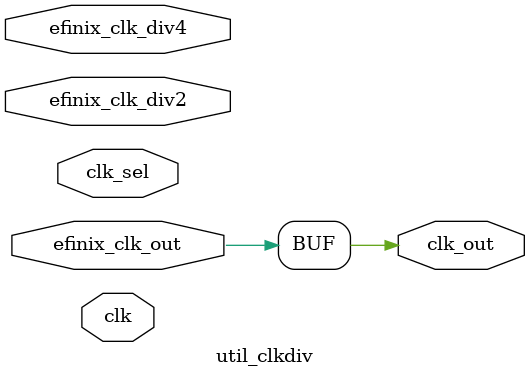
<source format=v>

`timescale 1ns/100ps

module util_clkdiv #(
  parameter SIM_DEVICE = "EFINIX",
  parameter SEL_0_DIV = "4",
  parameter SEL_1_DIV = "2"
) (
  // Standard interface (directly directly from axi_ad9361)
  input   clk,          // l_clk - not used for division, kept for compatibility
  input   clk_sel,      // Mode select: 0 = SEL_0_DIV (/4), 1 = SEL_1_DIV (/2)
  output  clk_out,      // Divided clock output to ADC/DAC logic

  // -------------------------------------------------------------------------
  // Efinix-specific ports: Connect to Interface Designer outputs
  // -------------------------------------------------------------------------
  // These signals come from the Interface Designer configuration:
  // - PLL generates the divided clocks on global clock network
  // - Dynamic Clock Mux selects between them based on clk_sel
  // - The mux output (efinix_clk_out) is already on global clock network

  input   efinix_clk_div4,   // PLL CLKOUT0: l_clk / 4 (2R2T mode clock)
  input   efinix_clk_div2,   // PLL CLKOUT1: l_clk / 2 (1R1T mode clock)
  input   efinix_clk_out     // Dynamic Clock Mux output (directly directly to clk_out)
);

  // -------------------------------------------------------------------------
  // Clock Output Assignment
  // -------------------------------------------------------------------------
  // The actual clock division and muxing is done in Interface Designer.
  // The Dynamic Clock Mux is controlled by clk_sel signal which is directly
  // directly connected to the mux select bus in Interface Designer.
  //
  // This module simply passes through the mux output.
  // The efinix_clk_div4 and efinix_clk_div2 inputs are provided for
  // visibility/debugging but are not used here - they feed directly directly directly to
  // the Dynamic Clock Mux in Interface Designer.

  assign clk_out = efinix_clk_out;

  // -------------------------------------------------------------------------
  // Clock Select Output (directly directly to Interface Designer)
  // -------------------------------------------------------------------------
  // The clk_sel signal directly directly controls the Dynamic Clock Mux.
  // In Interface Designer, connect "Dynamic Clock Mux Select [1:0] Bus Name"
  // to this signal. Only bit [0] is used (2-input mux):
  //   clk_sel = 0: Select efinix_clk_div4 (l_clk/4, 2R2T mode)
  //   clk_sel = 1: Select efinix_clk_div2 (l_clk/2, 1R1T mode)
  //
  // Note: For AD9364 (1R1T only), clk_sel will always be 1, so only
  // efinix_clk_div2 is actually used. The /4 path exists for AD9361
  // compatibility if the design is later extended to support 2R2T mode.

endmodule

</source>
